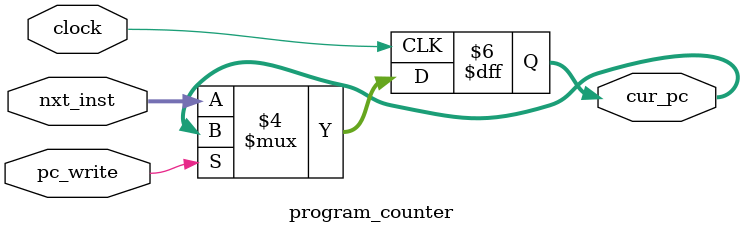
<source format=v>
`timescale 1ns/10ps

module program_counter (
    clock,
    pc_write,
    nxt_inst,
    cur_pc
);


input clock;
input pc_write;
input [31:0] nxt_inst;
output [31:0] cur_pc;
reg [31:0] cur_pc;






always @(posedge clock) begin: PROGRAM_COUNTER_SEQ_LOGIC
    if ((pc_write == 0)) begin
        cur_pc <= nxt_inst;
    end
    else begin
        cur_pc <= cur_pc;
    end
end

endmodule

</source>
